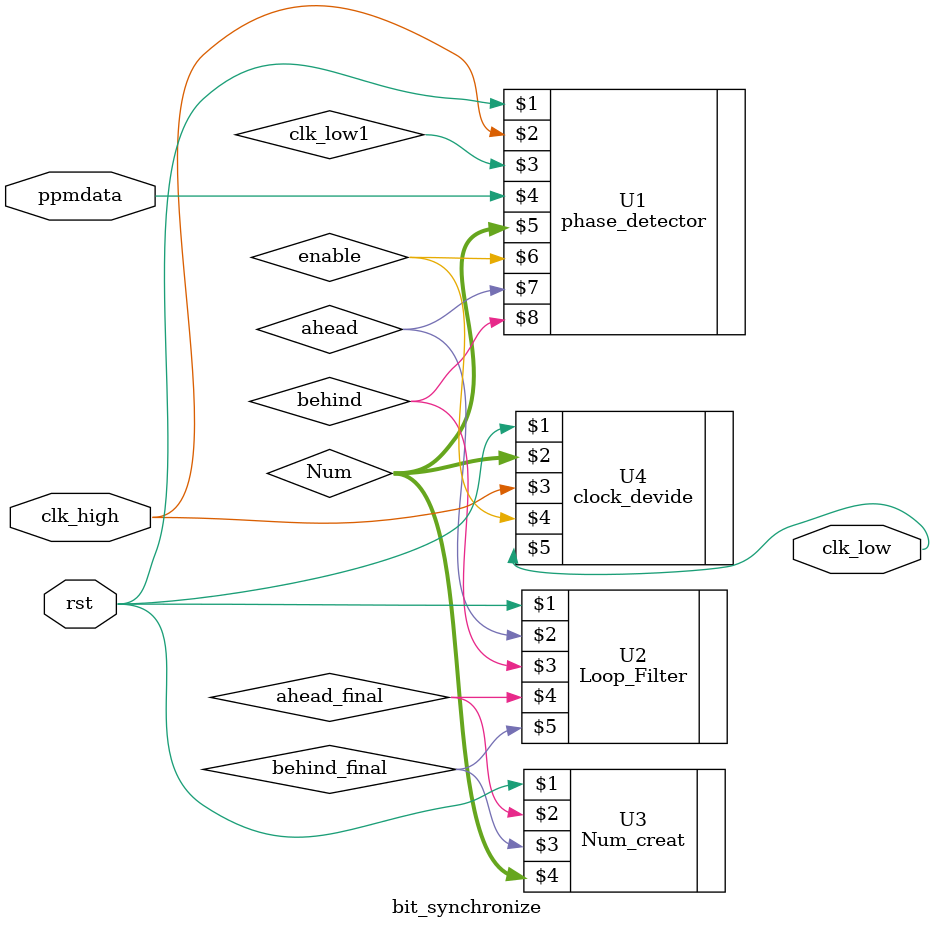
<source format=v>
`timescale 1ns / 1ps

module bit_synchronize(rst,clk_high,ppmdata,clk_low);//,Num,enable,ahead,behind,ahead_final,behind_final,adder,adder_mid,firstbit,adder_mid_ahead);

input clk_high,ppmdata,rst;
output clk_low;

//output[3:0] Num,adder,adder_mid,adder_mid_ahead;
//output firstbit,enable,ahead,behind,ahead_final,behind_final;
wire[3:0] Num;

wire enable,ahead,behind,ahead_final,behind_final; 


phase_detector 	U1(rst,clk_high,clk_low1,ppmdata,Num,enable,ahead,behind);//,adder,adder_mid,firstbit,adder_mid_ahead);

Loop_Filter  	U2(rst,ahead,behind,ahead_final,behind_final);

Num_creat		U3(rst,ahead_final,behind_final,Num);

clock_devide	U4(rst,Num,clk_high,enable,clk_low);

endmodule

</source>
